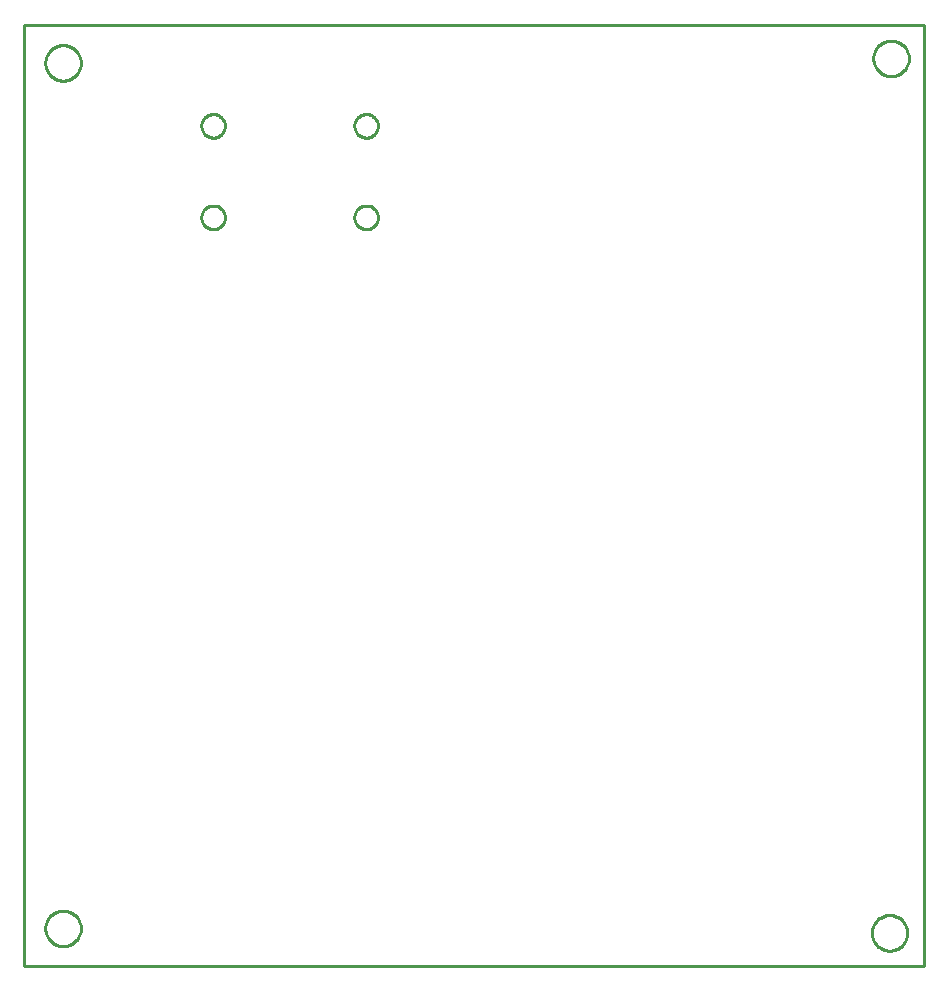
<source format=gbr>
G04 EAGLE Gerber RS-274X export*
G75*
%MOMM*%
%FSLAX34Y34*%
%LPD*%
%IN*%
%IPPOS*%
%AMOC8*
5,1,8,0,0,1.08239X$1,22.5*%
G01*
%ADD10C,0.254000*%


D10*
X0Y0D02*
X761800Y0D01*
X761800Y796800D01*
X0Y796800D01*
X0Y0D01*
X48020Y31214D02*
X47944Y30146D01*
X47791Y29085D01*
X47563Y28038D01*
X47261Y27010D01*
X46887Y26006D01*
X46442Y25031D01*
X45928Y24091D01*
X45349Y23190D01*
X44707Y22332D01*
X44005Y21522D01*
X43248Y20765D01*
X42438Y20063D01*
X41580Y19421D01*
X40679Y18842D01*
X39739Y18328D01*
X38764Y17883D01*
X37760Y17509D01*
X36732Y17207D01*
X35685Y16979D01*
X34624Y16826D01*
X33556Y16750D01*
X32484Y16750D01*
X31416Y16826D01*
X30355Y16979D01*
X29308Y17207D01*
X28280Y17509D01*
X27276Y17883D01*
X26301Y18328D01*
X25361Y18842D01*
X24460Y19421D01*
X23602Y20063D01*
X22792Y20765D01*
X22035Y21522D01*
X21333Y22332D01*
X20691Y23190D01*
X20112Y24091D01*
X19598Y25031D01*
X19153Y26006D01*
X18779Y27010D01*
X18477Y28038D01*
X18249Y29085D01*
X18096Y30146D01*
X18020Y31214D01*
X18020Y32286D01*
X18096Y33354D01*
X18249Y34415D01*
X18477Y35462D01*
X18779Y36490D01*
X19153Y37494D01*
X19598Y38469D01*
X20112Y39409D01*
X20691Y40310D01*
X21333Y41168D01*
X22035Y41978D01*
X22792Y42735D01*
X23602Y43437D01*
X24460Y44079D01*
X25361Y44658D01*
X26301Y45172D01*
X27276Y45617D01*
X28280Y45991D01*
X29308Y46293D01*
X30355Y46521D01*
X31416Y46674D01*
X32484Y46750D01*
X33556Y46750D01*
X34624Y46674D01*
X35685Y46521D01*
X36732Y46293D01*
X37760Y45991D01*
X38764Y45617D01*
X39739Y45172D01*
X40679Y44658D01*
X41580Y44079D01*
X42438Y43437D01*
X43248Y42735D01*
X44005Y41978D01*
X44707Y41168D01*
X45349Y40310D01*
X45928Y39409D01*
X46442Y38469D01*
X46887Y37494D01*
X47261Y36490D01*
X47563Y35462D01*
X47791Y34415D01*
X47944Y33354D01*
X48020Y32286D01*
X48020Y31214D01*
X747790Y27404D02*
X747714Y26336D01*
X747561Y25275D01*
X747333Y24228D01*
X747031Y23200D01*
X746657Y22196D01*
X746212Y21221D01*
X745698Y20281D01*
X745119Y19380D01*
X744477Y18522D01*
X743775Y17712D01*
X743018Y16955D01*
X742208Y16253D01*
X741350Y15611D01*
X740449Y15032D01*
X739509Y14518D01*
X738534Y14073D01*
X737530Y13699D01*
X736502Y13397D01*
X735455Y13169D01*
X734394Y13016D01*
X733326Y12940D01*
X732254Y12940D01*
X731186Y13016D01*
X730125Y13169D01*
X729078Y13397D01*
X728050Y13699D01*
X727046Y14073D01*
X726071Y14518D01*
X725131Y15032D01*
X724230Y15611D01*
X723372Y16253D01*
X722562Y16955D01*
X721805Y17712D01*
X721103Y18522D01*
X720461Y19380D01*
X719882Y20281D01*
X719368Y21221D01*
X718923Y22196D01*
X718549Y23200D01*
X718247Y24228D01*
X718019Y25275D01*
X717866Y26336D01*
X717790Y27404D01*
X717790Y28476D01*
X717866Y29544D01*
X718019Y30605D01*
X718247Y31652D01*
X718549Y32680D01*
X718923Y33684D01*
X719368Y34659D01*
X719882Y35599D01*
X720461Y36500D01*
X721103Y37358D01*
X721805Y38168D01*
X722562Y38925D01*
X723372Y39627D01*
X724230Y40269D01*
X725131Y40848D01*
X726071Y41362D01*
X727046Y41807D01*
X728050Y42181D01*
X729078Y42483D01*
X730125Y42711D01*
X731186Y42864D01*
X732254Y42940D01*
X733326Y42940D01*
X734394Y42864D01*
X735455Y42711D01*
X736502Y42483D01*
X737530Y42181D01*
X738534Y41807D01*
X739509Y41362D01*
X740449Y40848D01*
X741350Y40269D01*
X742208Y39627D01*
X743018Y38925D01*
X743775Y38168D01*
X744477Y37358D01*
X745119Y36500D01*
X745698Y35599D01*
X746212Y34659D01*
X746657Y33684D01*
X747031Y32680D01*
X747333Y31652D01*
X747561Y30605D01*
X747714Y29544D01*
X747790Y28476D01*
X747790Y27404D01*
X749060Y767814D02*
X748984Y766746D01*
X748831Y765685D01*
X748603Y764638D01*
X748301Y763610D01*
X747927Y762606D01*
X747482Y761631D01*
X746968Y760691D01*
X746389Y759790D01*
X745747Y758932D01*
X745045Y758122D01*
X744288Y757365D01*
X743478Y756663D01*
X742620Y756021D01*
X741719Y755442D01*
X740779Y754928D01*
X739804Y754483D01*
X738800Y754109D01*
X737772Y753807D01*
X736725Y753579D01*
X735664Y753426D01*
X734596Y753350D01*
X733524Y753350D01*
X732456Y753426D01*
X731395Y753579D01*
X730348Y753807D01*
X729320Y754109D01*
X728316Y754483D01*
X727341Y754928D01*
X726401Y755442D01*
X725500Y756021D01*
X724642Y756663D01*
X723832Y757365D01*
X723075Y758122D01*
X722373Y758932D01*
X721731Y759790D01*
X721152Y760691D01*
X720638Y761631D01*
X720193Y762606D01*
X719819Y763610D01*
X719517Y764638D01*
X719289Y765685D01*
X719136Y766746D01*
X719060Y767814D01*
X719060Y768886D01*
X719136Y769954D01*
X719289Y771015D01*
X719517Y772062D01*
X719819Y773090D01*
X720193Y774094D01*
X720638Y775069D01*
X721152Y776009D01*
X721731Y776910D01*
X722373Y777768D01*
X723075Y778578D01*
X723832Y779335D01*
X724642Y780037D01*
X725500Y780679D01*
X726401Y781258D01*
X727341Y781772D01*
X728316Y782217D01*
X729320Y782591D01*
X730348Y782893D01*
X731395Y783121D01*
X732456Y783274D01*
X733524Y783350D01*
X734596Y783350D01*
X735664Y783274D01*
X736725Y783121D01*
X737772Y782893D01*
X738800Y782591D01*
X739804Y782217D01*
X740779Y781772D01*
X741719Y781258D01*
X742620Y780679D01*
X743478Y780037D01*
X744288Y779335D01*
X745045Y778578D01*
X745747Y777768D01*
X746389Y776910D01*
X746968Y776009D01*
X747482Y775069D01*
X747927Y774094D01*
X748301Y773090D01*
X748603Y772062D01*
X748831Y771015D01*
X748984Y769954D01*
X749060Y768886D01*
X749060Y767814D01*
X48020Y764004D02*
X47944Y762936D01*
X47791Y761875D01*
X47563Y760828D01*
X47261Y759800D01*
X46887Y758796D01*
X46442Y757821D01*
X45928Y756881D01*
X45349Y755980D01*
X44707Y755122D01*
X44005Y754312D01*
X43248Y753555D01*
X42438Y752853D01*
X41580Y752211D01*
X40679Y751632D01*
X39739Y751118D01*
X38764Y750673D01*
X37760Y750299D01*
X36732Y749997D01*
X35685Y749769D01*
X34624Y749616D01*
X33556Y749540D01*
X32484Y749540D01*
X31416Y749616D01*
X30355Y749769D01*
X29308Y749997D01*
X28280Y750299D01*
X27276Y750673D01*
X26301Y751118D01*
X25361Y751632D01*
X24460Y752211D01*
X23602Y752853D01*
X22792Y753555D01*
X22035Y754312D01*
X21333Y755122D01*
X20691Y755980D01*
X20112Y756881D01*
X19598Y757821D01*
X19153Y758796D01*
X18779Y759800D01*
X18477Y760828D01*
X18249Y761875D01*
X18096Y762936D01*
X18020Y764004D01*
X18020Y765076D01*
X18096Y766144D01*
X18249Y767205D01*
X18477Y768252D01*
X18779Y769280D01*
X19153Y770284D01*
X19598Y771259D01*
X20112Y772199D01*
X20691Y773100D01*
X21333Y773958D01*
X22035Y774768D01*
X22792Y775525D01*
X23602Y776227D01*
X24460Y776869D01*
X25361Y777448D01*
X26301Y777962D01*
X27276Y778407D01*
X28280Y778781D01*
X29308Y779083D01*
X30355Y779311D01*
X31416Y779464D01*
X32484Y779540D01*
X33556Y779540D01*
X34624Y779464D01*
X35685Y779311D01*
X36732Y779083D01*
X37760Y778781D01*
X38764Y778407D01*
X39739Y777962D01*
X40679Y777448D01*
X41580Y776869D01*
X42438Y776227D01*
X43248Y775525D01*
X44005Y774768D01*
X44707Y773958D01*
X45349Y773100D01*
X45928Y772199D01*
X46442Y771259D01*
X46887Y770284D01*
X47261Y769280D01*
X47563Y768252D01*
X47791Y767205D01*
X47944Y766144D01*
X48020Y765076D01*
X48020Y764004D01*
X279560Y634167D02*
X279636Y635037D01*
X279788Y635896D01*
X280014Y636740D01*
X280312Y637560D01*
X280681Y638352D01*
X281118Y639108D01*
X281619Y639823D01*
X282180Y640492D01*
X282798Y641110D01*
X283467Y641671D01*
X284182Y642172D01*
X284938Y642609D01*
X285730Y642978D01*
X286550Y643276D01*
X287394Y643502D01*
X288254Y643654D01*
X289123Y643730D01*
X289997Y643730D01*
X290867Y643654D01*
X291726Y643502D01*
X292570Y643276D01*
X293390Y642978D01*
X294182Y642609D01*
X294938Y642172D01*
X295653Y641671D01*
X296322Y641110D01*
X296940Y640492D01*
X297501Y639823D01*
X298002Y639108D01*
X298439Y638352D01*
X298808Y637560D01*
X299106Y636740D01*
X299332Y635896D01*
X299484Y635037D01*
X299560Y634167D01*
X299560Y633293D01*
X299484Y632424D01*
X299332Y631564D01*
X299106Y630720D01*
X298808Y629900D01*
X298439Y629108D01*
X298002Y628352D01*
X297501Y627637D01*
X296940Y626968D01*
X296322Y626350D01*
X295653Y625789D01*
X294938Y625288D01*
X294182Y624851D01*
X293390Y624482D01*
X292570Y624184D01*
X291726Y623958D01*
X290867Y623806D01*
X289997Y623730D01*
X289123Y623730D01*
X288254Y623806D01*
X287394Y623958D01*
X286550Y624184D01*
X285730Y624482D01*
X284938Y624851D01*
X284182Y625288D01*
X283467Y625789D01*
X282798Y626350D01*
X282180Y626968D01*
X281619Y627637D01*
X281118Y628352D01*
X280681Y629108D01*
X280312Y629900D01*
X280014Y630720D01*
X279788Y631564D01*
X279636Y632424D01*
X279560Y633293D01*
X279560Y634167D01*
X279560Y711637D02*
X279636Y712507D01*
X279788Y713366D01*
X280014Y714210D01*
X280312Y715030D01*
X280681Y715822D01*
X281118Y716578D01*
X281619Y717293D01*
X282180Y717962D01*
X282798Y718580D01*
X283467Y719141D01*
X284182Y719642D01*
X284938Y720079D01*
X285730Y720448D01*
X286550Y720746D01*
X287394Y720972D01*
X288254Y721124D01*
X289123Y721200D01*
X289997Y721200D01*
X290867Y721124D01*
X291726Y720972D01*
X292570Y720746D01*
X293390Y720448D01*
X294182Y720079D01*
X294938Y719642D01*
X295653Y719141D01*
X296322Y718580D01*
X296940Y717962D01*
X297501Y717293D01*
X298002Y716578D01*
X298439Y715822D01*
X298808Y715030D01*
X299106Y714210D01*
X299332Y713366D01*
X299484Y712507D01*
X299560Y711637D01*
X299560Y710763D01*
X299484Y709894D01*
X299332Y709034D01*
X299106Y708190D01*
X298808Y707370D01*
X298439Y706578D01*
X298002Y705822D01*
X297501Y705107D01*
X296940Y704438D01*
X296322Y703820D01*
X295653Y703259D01*
X294938Y702758D01*
X294182Y702321D01*
X293390Y701952D01*
X292570Y701654D01*
X291726Y701428D01*
X290867Y701276D01*
X289997Y701200D01*
X289123Y701200D01*
X288254Y701276D01*
X287394Y701428D01*
X286550Y701654D01*
X285730Y701952D01*
X284938Y702321D01*
X284182Y702758D01*
X283467Y703259D01*
X282798Y703820D01*
X282180Y704438D01*
X281619Y705107D01*
X281118Y705822D01*
X280681Y706578D01*
X280312Y707370D01*
X280014Y708190D01*
X279788Y709034D01*
X279636Y709894D01*
X279560Y710763D01*
X279560Y711637D01*
X150020Y711637D02*
X150096Y712507D01*
X150248Y713366D01*
X150474Y714210D01*
X150772Y715030D01*
X151141Y715822D01*
X151578Y716578D01*
X152079Y717293D01*
X152640Y717962D01*
X153258Y718580D01*
X153927Y719141D01*
X154642Y719642D01*
X155398Y720079D01*
X156190Y720448D01*
X157010Y720746D01*
X157854Y720972D01*
X158714Y721124D01*
X159583Y721200D01*
X160457Y721200D01*
X161327Y721124D01*
X162186Y720972D01*
X163030Y720746D01*
X163850Y720448D01*
X164642Y720079D01*
X165398Y719642D01*
X166113Y719141D01*
X166782Y718580D01*
X167400Y717962D01*
X167961Y717293D01*
X168462Y716578D01*
X168899Y715822D01*
X169268Y715030D01*
X169566Y714210D01*
X169792Y713366D01*
X169944Y712507D01*
X170020Y711637D01*
X170020Y710763D01*
X169944Y709894D01*
X169792Y709034D01*
X169566Y708190D01*
X169268Y707370D01*
X168899Y706578D01*
X168462Y705822D01*
X167961Y705107D01*
X167400Y704438D01*
X166782Y703820D01*
X166113Y703259D01*
X165398Y702758D01*
X164642Y702321D01*
X163850Y701952D01*
X163030Y701654D01*
X162186Y701428D01*
X161327Y701276D01*
X160457Y701200D01*
X159583Y701200D01*
X158714Y701276D01*
X157854Y701428D01*
X157010Y701654D01*
X156190Y701952D01*
X155398Y702321D01*
X154642Y702758D01*
X153927Y703259D01*
X153258Y703820D01*
X152640Y704438D01*
X152079Y705107D01*
X151578Y705822D01*
X151141Y706578D01*
X150772Y707370D01*
X150474Y708190D01*
X150248Y709034D01*
X150096Y709894D01*
X150020Y710763D01*
X150020Y711637D01*
X150020Y634167D02*
X150096Y635037D01*
X150248Y635896D01*
X150474Y636740D01*
X150772Y637560D01*
X151141Y638352D01*
X151578Y639108D01*
X152079Y639823D01*
X152640Y640492D01*
X153258Y641110D01*
X153927Y641671D01*
X154642Y642172D01*
X155398Y642609D01*
X156190Y642978D01*
X157010Y643276D01*
X157854Y643502D01*
X158714Y643654D01*
X159583Y643730D01*
X160457Y643730D01*
X161327Y643654D01*
X162186Y643502D01*
X163030Y643276D01*
X163850Y642978D01*
X164642Y642609D01*
X165398Y642172D01*
X166113Y641671D01*
X166782Y641110D01*
X167400Y640492D01*
X167961Y639823D01*
X168462Y639108D01*
X168899Y638352D01*
X169268Y637560D01*
X169566Y636740D01*
X169792Y635896D01*
X169944Y635037D01*
X170020Y634167D01*
X170020Y633293D01*
X169944Y632424D01*
X169792Y631564D01*
X169566Y630720D01*
X169268Y629900D01*
X168899Y629108D01*
X168462Y628352D01*
X167961Y627637D01*
X167400Y626968D01*
X166782Y626350D01*
X166113Y625789D01*
X165398Y625288D01*
X164642Y624851D01*
X163850Y624482D01*
X163030Y624184D01*
X162186Y623958D01*
X161327Y623806D01*
X160457Y623730D01*
X159583Y623730D01*
X158714Y623806D01*
X157854Y623958D01*
X157010Y624184D01*
X156190Y624482D01*
X155398Y624851D01*
X154642Y625288D01*
X153927Y625789D01*
X153258Y626350D01*
X152640Y626968D01*
X152079Y627637D01*
X151578Y628352D01*
X151141Y629108D01*
X150772Y629900D01*
X150474Y630720D01*
X150248Y631564D01*
X150096Y632424D01*
X150020Y633293D01*
X150020Y634167D01*
M02*

</source>
